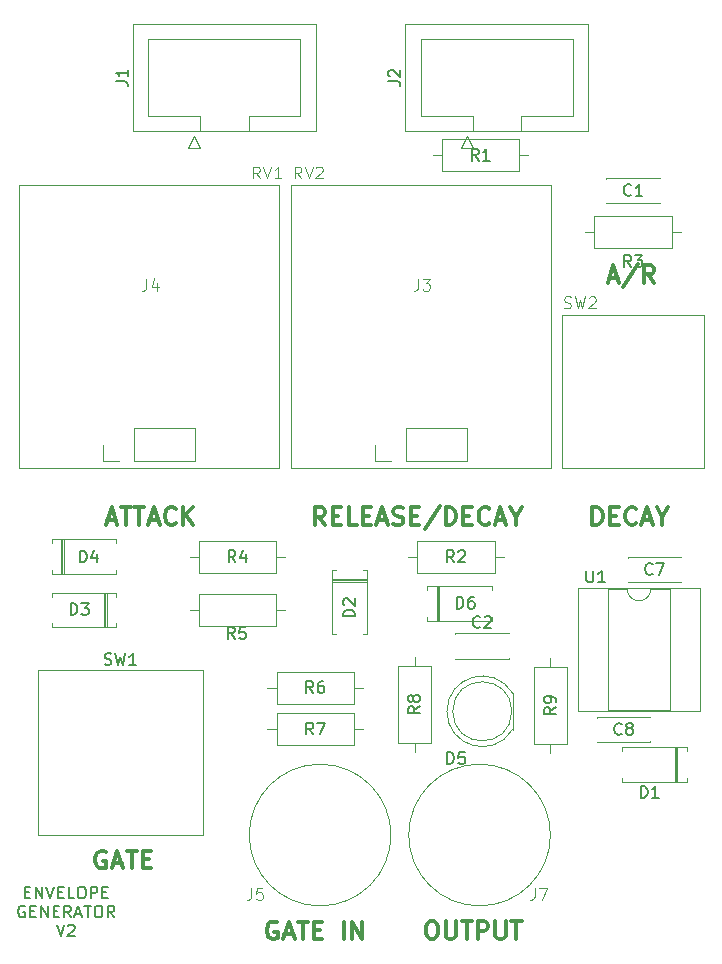
<source format=gbr>
%TF.GenerationSoftware,KiCad,Pcbnew,9.0.6*%
%TF.CreationDate,2026-01-10T03:24:23+11:00*%
%TF.ProjectId,envelope-generator,656e7665-6c6f-4706-952d-67656e657261,rev?*%
%TF.SameCoordinates,Original*%
%TF.FileFunction,Legend,Top*%
%TF.FilePolarity,Positive*%
%FSLAX46Y46*%
G04 Gerber Fmt 4.6, Leading zero omitted, Abs format (unit mm)*
G04 Created by KiCad (PCBNEW 9.0.6) date 2026-01-10 03:24:23*
%MOMM*%
%LPD*%
G01*
G04 APERTURE LIST*
%ADD10C,0.300000*%
%ADD11C,0.150000*%
%ADD12C,0.100000*%
%ADD13C,0.120000*%
G04 APERTURE END LIST*
D10*
X90911653Y-66300828D02*
X90411653Y-65586542D01*
X90054510Y-66300828D02*
X90054510Y-64800828D01*
X90054510Y-64800828D02*
X90625939Y-64800828D01*
X90625939Y-64800828D02*
X90768796Y-64872257D01*
X90768796Y-64872257D02*
X90840225Y-64943685D01*
X90840225Y-64943685D02*
X90911653Y-65086542D01*
X90911653Y-65086542D02*
X90911653Y-65300828D01*
X90911653Y-65300828D02*
X90840225Y-65443685D01*
X90840225Y-65443685D02*
X90768796Y-65515114D01*
X90768796Y-65515114D02*
X90625939Y-65586542D01*
X90625939Y-65586542D02*
X90054510Y-65586542D01*
X91554510Y-65515114D02*
X92054510Y-65515114D01*
X92268796Y-66300828D02*
X91554510Y-66300828D01*
X91554510Y-66300828D02*
X91554510Y-64800828D01*
X91554510Y-64800828D02*
X92268796Y-64800828D01*
X93625939Y-66300828D02*
X92911653Y-66300828D01*
X92911653Y-66300828D02*
X92911653Y-64800828D01*
X94125939Y-65515114D02*
X94625939Y-65515114D01*
X94840225Y-66300828D02*
X94125939Y-66300828D01*
X94125939Y-66300828D02*
X94125939Y-64800828D01*
X94125939Y-64800828D02*
X94840225Y-64800828D01*
X95411654Y-65872257D02*
X96125940Y-65872257D01*
X95268797Y-66300828D02*
X95768797Y-64800828D01*
X95768797Y-64800828D02*
X96268797Y-66300828D01*
X96697368Y-66229400D02*
X96911654Y-66300828D01*
X96911654Y-66300828D02*
X97268796Y-66300828D01*
X97268796Y-66300828D02*
X97411654Y-66229400D01*
X97411654Y-66229400D02*
X97483082Y-66157971D01*
X97483082Y-66157971D02*
X97554511Y-66015114D01*
X97554511Y-66015114D02*
X97554511Y-65872257D01*
X97554511Y-65872257D02*
X97483082Y-65729400D01*
X97483082Y-65729400D02*
X97411654Y-65657971D01*
X97411654Y-65657971D02*
X97268796Y-65586542D01*
X97268796Y-65586542D02*
X96983082Y-65515114D01*
X96983082Y-65515114D02*
X96840225Y-65443685D01*
X96840225Y-65443685D02*
X96768796Y-65372257D01*
X96768796Y-65372257D02*
X96697368Y-65229400D01*
X96697368Y-65229400D02*
X96697368Y-65086542D01*
X96697368Y-65086542D02*
X96768796Y-64943685D01*
X96768796Y-64943685D02*
X96840225Y-64872257D01*
X96840225Y-64872257D02*
X96983082Y-64800828D01*
X96983082Y-64800828D02*
X97340225Y-64800828D01*
X97340225Y-64800828D02*
X97554511Y-64872257D01*
X98197367Y-65515114D02*
X98697367Y-65515114D01*
X98911653Y-66300828D02*
X98197367Y-66300828D01*
X98197367Y-66300828D02*
X98197367Y-64800828D01*
X98197367Y-64800828D02*
X98911653Y-64800828D01*
X100625939Y-64729400D02*
X99340225Y-66657971D01*
X101125939Y-66300828D02*
X101125939Y-64800828D01*
X101125939Y-64800828D02*
X101483082Y-64800828D01*
X101483082Y-64800828D02*
X101697368Y-64872257D01*
X101697368Y-64872257D02*
X101840225Y-65015114D01*
X101840225Y-65015114D02*
X101911654Y-65157971D01*
X101911654Y-65157971D02*
X101983082Y-65443685D01*
X101983082Y-65443685D02*
X101983082Y-65657971D01*
X101983082Y-65657971D02*
X101911654Y-65943685D01*
X101911654Y-65943685D02*
X101840225Y-66086542D01*
X101840225Y-66086542D02*
X101697368Y-66229400D01*
X101697368Y-66229400D02*
X101483082Y-66300828D01*
X101483082Y-66300828D02*
X101125939Y-66300828D01*
X102625939Y-65515114D02*
X103125939Y-65515114D01*
X103340225Y-66300828D02*
X102625939Y-66300828D01*
X102625939Y-66300828D02*
X102625939Y-64800828D01*
X102625939Y-64800828D02*
X103340225Y-64800828D01*
X104840225Y-66157971D02*
X104768797Y-66229400D01*
X104768797Y-66229400D02*
X104554511Y-66300828D01*
X104554511Y-66300828D02*
X104411654Y-66300828D01*
X104411654Y-66300828D02*
X104197368Y-66229400D01*
X104197368Y-66229400D02*
X104054511Y-66086542D01*
X104054511Y-66086542D02*
X103983082Y-65943685D01*
X103983082Y-65943685D02*
X103911654Y-65657971D01*
X103911654Y-65657971D02*
X103911654Y-65443685D01*
X103911654Y-65443685D02*
X103983082Y-65157971D01*
X103983082Y-65157971D02*
X104054511Y-65015114D01*
X104054511Y-65015114D02*
X104197368Y-64872257D01*
X104197368Y-64872257D02*
X104411654Y-64800828D01*
X104411654Y-64800828D02*
X104554511Y-64800828D01*
X104554511Y-64800828D02*
X104768797Y-64872257D01*
X104768797Y-64872257D02*
X104840225Y-64943685D01*
X105411654Y-65872257D02*
X106125940Y-65872257D01*
X105268797Y-66300828D02*
X105768797Y-64800828D01*
X105768797Y-64800828D02*
X106268797Y-66300828D01*
X107054511Y-65586542D02*
X107054511Y-66300828D01*
X106554511Y-64800828D02*
X107054511Y-65586542D01*
X107054511Y-65586542D02*
X107554511Y-64800828D01*
X113554510Y-66300828D02*
X113554510Y-64800828D01*
X113554510Y-64800828D02*
X113911653Y-64800828D01*
X113911653Y-64800828D02*
X114125939Y-64872257D01*
X114125939Y-64872257D02*
X114268796Y-65015114D01*
X114268796Y-65015114D02*
X114340225Y-65157971D01*
X114340225Y-65157971D02*
X114411653Y-65443685D01*
X114411653Y-65443685D02*
X114411653Y-65657971D01*
X114411653Y-65657971D02*
X114340225Y-65943685D01*
X114340225Y-65943685D02*
X114268796Y-66086542D01*
X114268796Y-66086542D02*
X114125939Y-66229400D01*
X114125939Y-66229400D02*
X113911653Y-66300828D01*
X113911653Y-66300828D02*
X113554510Y-66300828D01*
X115054510Y-65515114D02*
X115554510Y-65515114D01*
X115768796Y-66300828D02*
X115054510Y-66300828D01*
X115054510Y-66300828D02*
X115054510Y-64800828D01*
X115054510Y-64800828D02*
X115768796Y-64800828D01*
X117268796Y-66157971D02*
X117197368Y-66229400D01*
X117197368Y-66229400D02*
X116983082Y-66300828D01*
X116983082Y-66300828D02*
X116840225Y-66300828D01*
X116840225Y-66300828D02*
X116625939Y-66229400D01*
X116625939Y-66229400D02*
X116483082Y-66086542D01*
X116483082Y-66086542D02*
X116411653Y-65943685D01*
X116411653Y-65943685D02*
X116340225Y-65657971D01*
X116340225Y-65657971D02*
X116340225Y-65443685D01*
X116340225Y-65443685D02*
X116411653Y-65157971D01*
X116411653Y-65157971D02*
X116483082Y-65015114D01*
X116483082Y-65015114D02*
X116625939Y-64872257D01*
X116625939Y-64872257D02*
X116840225Y-64800828D01*
X116840225Y-64800828D02*
X116983082Y-64800828D01*
X116983082Y-64800828D02*
X117197368Y-64872257D01*
X117197368Y-64872257D02*
X117268796Y-64943685D01*
X117840225Y-65872257D02*
X118554511Y-65872257D01*
X117697368Y-66300828D02*
X118197368Y-64800828D01*
X118197368Y-64800828D02*
X118697368Y-66300828D01*
X119483082Y-65586542D02*
X119483082Y-66300828D01*
X118983082Y-64800828D02*
X119483082Y-65586542D01*
X119483082Y-65586542D02*
X119983082Y-64800828D01*
X72340225Y-93952257D02*
X72197368Y-93880828D01*
X72197368Y-93880828D02*
X71983082Y-93880828D01*
X71983082Y-93880828D02*
X71768796Y-93952257D01*
X71768796Y-93952257D02*
X71625939Y-94095114D01*
X71625939Y-94095114D02*
X71554510Y-94237971D01*
X71554510Y-94237971D02*
X71483082Y-94523685D01*
X71483082Y-94523685D02*
X71483082Y-94737971D01*
X71483082Y-94737971D02*
X71554510Y-95023685D01*
X71554510Y-95023685D02*
X71625939Y-95166542D01*
X71625939Y-95166542D02*
X71768796Y-95309400D01*
X71768796Y-95309400D02*
X71983082Y-95380828D01*
X71983082Y-95380828D02*
X72125939Y-95380828D01*
X72125939Y-95380828D02*
X72340225Y-95309400D01*
X72340225Y-95309400D02*
X72411653Y-95237971D01*
X72411653Y-95237971D02*
X72411653Y-94737971D01*
X72411653Y-94737971D02*
X72125939Y-94737971D01*
X72983082Y-94952257D02*
X73697368Y-94952257D01*
X72840225Y-95380828D02*
X73340225Y-93880828D01*
X73340225Y-93880828D02*
X73840225Y-95380828D01*
X74125939Y-93880828D02*
X74983082Y-93880828D01*
X74554510Y-95380828D02*
X74554510Y-93880828D01*
X75483081Y-94595114D02*
X75983081Y-94595114D01*
X76197367Y-95380828D02*
X75483081Y-95380828D01*
X75483081Y-95380828D02*
X75483081Y-93880828D01*
X75483081Y-93880828D02*
X76197367Y-93880828D01*
X72483082Y-65872257D02*
X73197368Y-65872257D01*
X72340225Y-66300828D02*
X72840225Y-64800828D01*
X72840225Y-64800828D02*
X73340225Y-66300828D01*
X73625939Y-64800828D02*
X74483082Y-64800828D01*
X74054510Y-66300828D02*
X74054510Y-64800828D01*
X74768796Y-64800828D02*
X75625939Y-64800828D01*
X75197367Y-66300828D02*
X75197367Y-64800828D01*
X76054510Y-65872257D02*
X76768796Y-65872257D01*
X75911653Y-66300828D02*
X76411653Y-64800828D01*
X76411653Y-64800828D02*
X76911653Y-66300828D01*
X78268795Y-66157971D02*
X78197367Y-66229400D01*
X78197367Y-66229400D02*
X77983081Y-66300828D01*
X77983081Y-66300828D02*
X77840224Y-66300828D01*
X77840224Y-66300828D02*
X77625938Y-66229400D01*
X77625938Y-66229400D02*
X77483081Y-66086542D01*
X77483081Y-66086542D02*
X77411652Y-65943685D01*
X77411652Y-65943685D02*
X77340224Y-65657971D01*
X77340224Y-65657971D02*
X77340224Y-65443685D01*
X77340224Y-65443685D02*
X77411652Y-65157971D01*
X77411652Y-65157971D02*
X77483081Y-65015114D01*
X77483081Y-65015114D02*
X77625938Y-64872257D01*
X77625938Y-64872257D02*
X77840224Y-64800828D01*
X77840224Y-64800828D02*
X77983081Y-64800828D01*
X77983081Y-64800828D02*
X78197367Y-64872257D01*
X78197367Y-64872257D02*
X78268795Y-64943685D01*
X78911652Y-66300828D02*
X78911652Y-64800828D01*
X79768795Y-66300828D02*
X79125938Y-65443685D01*
X79768795Y-64800828D02*
X78911652Y-65657971D01*
X114983082Y-45372257D02*
X115697368Y-45372257D01*
X114840225Y-45800828D02*
X115340225Y-44300828D01*
X115340225Y-44300828D02*
X115840225Y-45800828D01*
X117411653Y-44229400D02*
X116125939Y-46157971D01*
X118768796Y-45800828D02*
X118268796Y-45086542D01*
X117911653Y-45800828D02*
X117911653Y-44300828D01*
X117911653Y-44300828D02*
X118483082Y-44300828D01*
X118483082Y-44300828D02*
X118625939Y-44372257D01*
X118625939Y-44372257D02*
X118697368Y-44443685D01*
X118697368Y-44443685D02*
X118768796Y-44586542D01*
X118768796Y-44586542D02*
X118768796Y-44800828D01*
X118768796Y-44800828D02*
X118697368Y-44943685D01*
X118697368Y-44943685D02*
X118625939Y-45015114D01*
X118625939Y-45015114D02*
X118483082Y-45086542D01*
X118483082Y-45086542D02*
X117911653Y-45086542D01*
D11*
X65500000Y-97401065D02*
X65833333Y-97401065D01*
X65976190Y-97924875D02*
X65500000Y-97924875D01*
X65500000Y-97924875D02*
X65500000Y-96924875D01*
X65500000Y-96924875D02*
X65976190Y-96924875D01*
X66404762Y-97924875D02*
X66404762Y-96924875D01*
X66404762Y-96924875D02*
X66976190Y-97924875D01*
X66976190Y-97924875D02*
X66976190Y-96924875D01*
X67309524Y-96924875D02*
X67642857Y-97924875D01*
X67642857Y-97924875D02*
X67976190Y-96924875D01*
X68309524Y-97401065D02*
X68642857Y-97401065D01*
X68785714Y-97924875D02*
X68309524Y-97924875D01*
X68309524Y-97924875D02*
X68309524Y-96924875D01*
X68309524Y-96924875D02*
X68785714Y-96924875D01*
X69690476Y-97924875D02*
X69214286Y-97924875D01*
X69214286Y-97924875D02*
X69214286Y-96924875D01*
X70214286Y-96924875D02*
X70404762Y-96924875D01*
X70404762Y-96924875D02*
X70500000Y-96972494D01*
X70500000Y-96972494D02*
X70595238Y-97067732D01*
X70595238Y-97067732D02*
X70642857Y-97258208D01*
X70642857Y-97258208D02*
X70642857Y-97591541D01*
X70642857Y-97591541D02*
X70595238Y-97782017D01*
X70595238Y-97782017D02*
X70500000Y-97877256D01*
X70500000Y-97877256D02*
X70404762Y-97924875D01*
X70404762Y-97924875D02*
X70214286Y-97924875D01*
X70214286Y-97924875D02*
X70119048Y-97877256D01*
X70119048Y-97877256D02*
X70023810Y-97782017D01*
X70023810Y-97782017D02*
X69976191Y-97591541D01*
X69976191Y-97591541D02*
X69976191Y-97258208D01*
X69976191Y-97258208D02*
X70023810Y-97067732D01*
X70023810Y-97067732D02*
X70119048Y-96972494D01*
X70119048Y-96972494D02*
X70214286Y-96924875D01*
X71071429Y-97924875D02*
X71071429Y-96924875D01*
X71071429Y-96924875D02*
X71452381Y-96924875D01*
X71452381Y-96924875D02*
X71547619Y-96972494D01*
X71547619Y-96972494D02*
X71595238Y-97020113D01*
X71595238Y-97020113D02*
X71642857Y-97115351D01*
X71642857Y-97115351D02*
X71642857Y-97258208D01*
X71642857Y-97258208D02*
X71595238Y-97353446D01*
X71595238Y-97353446D02*
X71547619Y-97401065D01*
X71547619Y-97401065D02*
X71452381Y-97448684D01*
X71452381Y-97448684D02*
X71071429Y-97448684D01*
X72071429Y-97401065D02*
X72404762Y-97401065D01*
X72547619Y-97924875D02*
X72071429Y-97924875D01*
X72071429Y-97924875D02*
X72071429Y-96924875D01*
X72071429Y-96924875D02*
X72547619Y-96924875D01*
X65499999Y-98582438D02*
X65404761Y-98534819D01*
X65404761Y-98534819D02*
X65261904Y-98534819D01*
X65261904Y-98534819D02*
X65119047Y-98582438D01*
X65119047Y-98582438D02*
X65023809Y-98677676D01*
X65023809Y-98677676D02*
X64976190Y-98772914D01*
X64976190Y-98772914D02*
X64928571Y-98963390D01*
X64928571Y-98963390D02*
X64928571Y-99106247D01*
X64928571Y-99106247D02*
X64976190Y-99296723D01*
X64976190Y-99296723D02*
X65023809Y-99391961D01*
X65023809Y-99391961D02*
X65119047Y-99487200D01*
X65119047Y-99487200D02*
X65261904Y-99534819D01*
X65261904Y-99534819D02*
X65357142Y-99534819D01*
X65357142Y-99534819D02*
X65499999Y-99487200D01*
X65499999Y-99487200D02*
X65547618Y-99439580D01*
X65547618Y-99439580D02*
X65547618Y-99106247D01*
X65547618Y-99106247D02*
X65357142Y-99106247D01*
X65976190Y-99011009D02*
X66309523Y-99011009D01*
X66452380Y-99534819D02*
X65976190Y-99534819D01*
X65976190Y-99534819D02*
X65976190Y-98534819D01*
X65976190Y-98534819D02*
X66452380Y-98534819D01*
X66880952Y-99534819D02*
X66880952Y-98534819D01*
X66880952Y-98534819D02*
X67452380Y-99534819D01*
X67452380Y-99534819D02*
X67452380Y-98534819D01*
X67928571Y-99011009D02*
X68261904Y-99011009D01*
X68404761Y-99534819D02*
X67928571Y-99534819D01*
X67928571Y-99534819D02*
X67928571Y-98534819D01*
X67928571Y-98534819D02*
X68404761Y-98534819D01*
X69404761Y-99534819D02*
X69071428Y-99058628D01*
X68833333Y-99534819D02*
X68833333Y-98534819D01*
X68833333Y-98534819D02*
X69214285Y-98534819D01*
X69214285Y-98534819D02*
X69309523Y-98582438D01*
X69309523Y-98582438D02*
X69357142Y-98630057D01*
X69357142Y-98630057D02*
X69404761Y-98725295D01*
X69404761Y-98725295D02*
X69404761Y-98868152D01*
X69404761Y-98868152D02*
X69357142Y-98963390D01*
X69357142Y-98963390D02*
X69309523Y-99011009D01*
X69309523Y-99011009D02*
X69214285Y-99058628D01*
X69214285Y-99058628D02*
X68833333Y-99058628D01*
X69785714Y-99249104D02*
X70261904Y-99249104D01*
X69690476Y-99534819D02*
X70023809Y-98534819D01*
X70023809Y-98534819D02*
X70357142Y-99534819D01*
X70547619Y-98534819D02*
X71119047Y-98534819D01*
X70833333Y-99534819D02*
X70833333Y-98534819D01*
X71642857Y-98534819D02*
X71833333Y-98534819D01*
X71833333Y-98534819D02*
X71928571Y-98582438D01*
X71928571Y-98582438D02*
X72023809Y-98677676D01*
X72023809Y-98677676D02*
X72071428Y-98868152D01*
X72071428Y-98868152D02*
X72071428Y-99201485D01*
X72071428Y-99201485D02*
X72023809Y-99391961D01*
X72023809Y-99391961D02*
X71928571Y-99487200D01*
X71928571Y-99487200D02*
X71833333Y-99534819D01*
X71833333Y-99534819D02*
X71642857Y-99534819D01*
X71642857Y-99534819D02*
X71547619Y-99487200D01*
X71547619Y-99487200D02*
X71452381Y-99391961D01*
X71452381Y-99391961D02*
X71404762Y-99201485D01*
X71404762Y-99201485D02*
X71404762Y-98868152D01*
X71404762Y-98868152D02*
X71452381Y-98677676D01*
X71452381Y-98677676D02*
X71547619Y-98582438D01*
X71547619Y-98582438D02*
X71642857Y-98534819D01*
X73071428Y-99534819D02*
X72738095Y-99058628D01*
X72500000Y-99534819D02*
X72500000Y-98534819D01*
X72500000Y-98534819D02*
X72880952Y-98534819D01*
X72880952Y-98534819D02*
X72976190Y-98582438D01*
X72976190Y-98582438D02*
X73023809Y-98630057D01*
X73023809Y-98630057D02*
X73071428Y-98725295D01*
X73071428Y-98725295D02*
X73071428Y-98868152D01*
X73071428Y-98868152D02*
X73023809Y-98963390D01*
X73023809Y-98963390D02*
X72976190Y-99011009D01*
X72976190Y-99011009D02*
X72880952Y-99058628D01*
X72880952Y-99058628D02*
X72500000Y-99058628D01*
X68190476Y-100144763D02*
X68523809Y-101144763D01*
X68523809Y-101144763D02*
X68857142Y-100144763D01*
X69142857Y-100240001D02*
X69190476Y-100192382D01*
X69190476Y-100192382D02*
X69285714Y-100144763D01*
X69285714Y-100144763D02*
X69523809Y-100144763D01*
X69523809Y-100144763D02*
X69619047Y-100192382D01*
X69619047Y-100192382D02*
X69666666Y-100240001D01*
X69666666Y-100240001D02*
X69714285Y-100335239D01*
X69714285Y-100335239D02*
X69714285Y-100430477D01*
X69714285Y-100430477D02*
X69666666Y-100573334D01*
X69666666Y-100573334D02*
X69095238Y-101144763D01*
X69095238Y-101144763D02*
X69714285Y-101144763D01*
D10*
X86840225Y-99952257D02*
X86697368Y-99880828D01*
X86697368Y-99880828D02*
X86483082Y-99880828D01*
X86483082Y-99880828D02*
X86268796Y-99952257D01*
X86268796Y-99952257D02*
X86125939Y-100095114D01*
X86125939Y-100095114D02*
X86054510Y-100237971D01*
X86054510Y-100237971D02*
X85983082Y-100523685D01*
X85983082Y-100523685D02*
X85983082Y-100737971D01*
X85983082Y-100737971D02*
X86054510Y-101023685D01*
X86054510Y-101023685D02*
X86125939Y-101166542D01*
X86125939Y-101166542D02*
X86268796Y-101309400D01*
X86268796Y-101309400D02*
X86483082Y-101380828D01*
X86483082Y-101380828D02*
X86625939Y-101380828D01*
X86625939Y-101380828D02*
X86840225Y-101309400D01*
X86840225Y-101309400D02*
X86911653Y-101237971D01*
X86911653Y-101237971D02*
X86911653Y-100737971D01*
X86911653Y-100737971D02*
X86625939Y-100737971D01*
X87483082Y-100952257D02*
X88197368Y-100952257D01*
X87340225Y-101380828D02*
X87840225Y-99880828D01*
X87840225Y-99880828D02*
X88340225Y-101380828D01*
X88625939Y-99880828D02*
X89483082Y-99880828D01*
X89054510Y-101380828D02*
X89054510Y-99880828D01*
X89983081Y-100595114D02*
X90483081Y-100595114D01*
X90697367Y-101380828D02*
X89983081Y-101380828D01*
X89983081Y-101380828D02*
X89983081Y-99880828D01*
X89983081Y-99880828D02*
X90697367Y-99880828D01*
X92483081Y-101380828D02*
X92483081Y-99880828D01*
X93197367Y-101380828D02*
X93197367Y-99880828D01*
X93197367Y-99880828D02*
X94054510Y-101380828D01*
X94054510Y-101380828D02*
X94054510Y-99880828D01*
X99840225Y-99855890D02*
X100125939Y-99855890D01*
X100125939Y-99855890D02*
X100268796Y-99927319D01*
X100268796Y-99927319D02*
X100411653Y-100070176D01*
X100411653Y-100070176D02*
X100483082Y-100355890D01*
X100483082Y-100355890D02*
X100483082Y-100855890D01*
X100483082Y-100855890D02*
X100411653Y-101141604D01*
X100411653Y-101141604D02*
X100268796Y-101284462D01*
X100268796Y-101284462D02*
X100125939Y-101355890D01*
X100125939Y-101355890D02*
X99840225Y-101355890D01*
X99840225Y-101355890D02*
X99697368Y-101284462D01*
X99697368Y-101284462D02*
X99554510Y-101141604D01*
X99554510Y-101141604D02*
X99483082Y-100855890D01*
X99483082Y-100855890D02*
X99483082Y-100355890D01*
X99483082Y-100355890D02*
X99554510Y-100070176D01*
X99554510Y-100070176D02*
X99697368Y-99927319D01*
X99697368Y-99927319D02*
X99840225Y-99855890D01*
X101125939Y-99855890D02*
X101125939Y-101070176D01*
X101125939Y-101070176D02*
X101197368Y-101213033D01*
X101197368Y-101213033D02*
X101268797Y-101284462D01*
X101268797Y-101284462D02*
X101411654Y-101355890D01*
X101411654Y-101355890D02*
X101697368Y-101355890D01*
X101697368Y-101355890D02*
X101840225Y-101284462D01*
X101840225Y-101284462D02*
X101911654Y-101213033D01*
X101911654Y-101213033D02*
X101983082Y-101070176D01*
X101983082Y-101070176D02*
X101983082Y-99855890D01*
X102483083Y-99855890D02*
X103340226Y-99855890D01*
X102911654Y-101355890D02*
X102911654Y-99855890D01*
X103840225Y-101355890D02*
X103840225Y-99855890D01*
X103840225Y-99855890D02*
X104411654Y-99855890D01*
X104411654Y-99855890D02*
X104554511Y-99927319D01*
X104554511Y-99927319D02*
X104625940Y-99998747D01*
X104625940Y-99998747D02*
X104697368Y-100141604D01*
X104697368Y-100141604D02*
X104697368Y-100355890D01*
X104697368Y-100355890D02*
X104625940Y-100498747D01*
X104625940Y-100498747D02*
X104554511Y-100570176D01*
X104554511Y-100570176D02*
X104411654Y-100641604D01*
X104411654Y-100641604D02*
X103840225Y-100641604D01*
X105340225Y-99855890D02*
X105340225Y-101070176D01*
X105340225Y-101070176D02*
X105411654Y-101213033D01*
X105411654Y-101213033D02*
X105483083Y-101284462D01*
X105483083Y-101284462D02*
X105625940Y-101355890D01*
X105625940Y-101355890D02*
X105911654Y-101355890D01*
X105911654Y-101355890D02*
X106054511Y-101284462D01*
X106054511Y-101284462D02*
X106125940Y-101213033D01*
X106125940Y-101213033D02*
X106197368Y-101070176D01*
X106197368Y-101070176D02*
X106197368Y-99855890D01*
X106697369Y-99855890D02*
X107554512Y-99855890D01*
X107125940Y-101355890D02*
X107125940Y-99855890D01*
D11*
X70156059Y-69468740D02*
X70156059Y-68468740D01*
X70156059Y-68468740D02*
X70394154Y-68468740D01*
X70394154Y-68468740D02*
X70537011Y-68516359D01*
X70537011Y-68516359D02*
X70632249Y-68611597D01*
X70632249Y-68611597D02*
X70679868Y-68706835D01*
X70679868Y-68706835D02*
X70727487Y-68897311D01*
X70727487Y-68897311D02*
X70727487Y-69040168D01*
X70727487Y-69040168D02*
X70679868Y-69230644D01*
X70679868Y-69230644D02*
X70632249Y-69325882D01*
X70632249Y-69325882D02*
X70537011Y-69421121D01*
X70537011Y-69421121D02*
X70394154Y-69468740D01*
X70394154Y-69468740D02*
X70156059Y-69468740D01*
X71584630Y-68802073D02*
X71584630Y-69468740D01*
X71346535Y-68421121D02*
X71108440Y-69135406D01*
X71108440Y-69135406D02*
X71727487Y-69135406D01*
X73203819Y-28754333D02*
X73918104Y-28754333D01*
X73918104Y-28754333D02*
X74060961Y-28801952D01*
X74060961Y-28801952D02*
X74156200Y-28897190D01*
X74156200Y-28897190D02*
X74203819Y-29040047D01*
X74203819Y-29040047D02*
X74203819Y-29135285D01*
X74203819Y-27754333D02*
X74203819Y-28325761D01*
X74203819Y-28040047D02*
X73203819Y-28040047D01*
X73203819Y-28040047D02*
X73346676Y-28135285D01*
X73346676Y-28135285D02*
X73441914Y-28230523D01*
X73441914Y-28230523D02*
X73489533Y-28325761D01*
X96283819Y-28754333D02*
X96998104Y-28754333D01*
X96998104Y-28754333D02*
X97140961Y-28801952D01*
X97140961Y-28801952D02*
X97236200Y-28897190D01*
X97236200Y-28897190D02*
X97283819Y-29040047D01*
X97283819Y-29040047D02*
X97283819Y-29135285D01*
X96379057Y-28325761D02*
X96331438Y-28278142D01*
X96331438Y-28278142D02*
X96283819Y-28182904D01*
X96283819Y-28182904D02*
X96283819Y-27944809D01*
X96283819Y-27944809D02*
X96331438Y-27849571D01*
X96331438Y-27849571D02*
X96379057Y-27801952D01*
X96379057Y-27801952D02*
X96474295Y-27754333D01*
X96474295Y-27754333D02*
X96569533Y-27754333D01*
X96569533Y-27754333D02*
X96712390Y-27801952D01*
X96712390Y-27801952D02*
X97283819Y-28373380D01*
X97283819Y-28373380D02*
X97283819Y-27754333D01*
X93454819Y-74048094D02*
X92454819Y-74048094D01*
X92454819Y-74048094D02*
X92454819Y-73809999D01*
X92454819Y-73809999D02*
X92502438Y-73667142D01*
X92502438Y-73667142D02*
X92597676Y-73571904D01*
X92597676Y-73571904D02*
X92692914Y-73524285D01*
X92692914Y-73524285D02*
X92883390Y-73476666D01*
X92883390Y-73476666D02*
X93026247Y-73476666D01*
X93026247Y-73476666D02*
X93216723Y-73524285D01*
X93216723Y-73524285D02*
X93311961Y-73571904D01*
X93311961Y-73571904D02*
X93407200Y-73667142D01*
X93407200Y-73667142D02*
X93454819Y-73809999D01*
X93454819Y-73809999D02*
X93454819Y-74048094D01*
X92550057Y-73095713D02*
X92502438Y-73048094D01*
X92502438Y-73048094D02*
X92454819Y-72952856D01*
X92454819Y-72952856D02*
X92454819Y-72714761D01*
X92454819Y-72714761D02*
X92502438Y-72619523D01*
X92502438Y-72619523D02*
X92550057Y-72571904D01*
X92550057Y-72571904D02*
X92645295Y-72524285D01*
X92645295Y-72524285D02*
X92740533Y-72524285D01*
X92740533Y-72524285D02*
X92883390Y-72571904D01*
X92883390Y-72571904D02*
X93454819Y-73143332D01*
X93454819Y-73143332D02*
X93454819Y-72524285D01*
X116833333Y-38359580D02*
X116785714Y-38407200D01*
X116785714Y-38407200D02*
X116642857Y-38454819D01*
X116642857Y-38454819D02*
X116547619Y-38454819D01*
X116547619Y-38454819D02*
X116404762Y-38407200D01*
X116404762Y-38407200D02*
X116309524Y-38311961D01*
X116309524Y-38311961D02*
X116261905Y-38216723D01*
X116261905Y-38216723D02*
X116214286Y-38026247D01*
X116214286Y-38026247D02*
X116214286Y-37883390D01*
X116214286Y-37883390D02*
X116261905Y-37692914D01*
X116261905Y-37692914D02*
X116309524Y-37597676D01*
X116309524Y-37597676D02*
X116404762Y-37502438D01*
X116404762Y-37502438D02*
X116547619Y-37454819D01*
X116547619Y-37454819D02*
X116642857Y-37454819D01*
X116642857Y-37454819D02*
X116785714Y-37502438D01*
X116785714Y-37502438D02*
X116833333Y-37550057D01*
X117785714Y-38454819D02*
X117214286Y-38454819D01*
X117500000Y-38454819D02*
X117500000Y-37454819D01*
X117500000Y-37454819D02*
X117404762Y-37597676D01*
X117404762Y-37597676D02*
X117309524Y-37692914D01*
X117309524Y-37692914D02*
X117214286Y-37740533D01*
X116833333Y-44454819D02*
X116500000Y-43978628D01*
X116261905Y-44454819D02*
X116261905Y-43454819D01*
X116261905Y-43454819D02*
X116642857Y-43454819D01*
X116642857Y-43454819D02*
X116738095Y-43502438D01*
X116738095Y-43502438D02*
X116785714Y-43550057D01*
X116785714Y-43550057D02*
X116833333Y-43645295D01*
X116833333Y-43645295D02*
X116833333Y-43788152D01*
X116833333Y-43788152D02*
X116785714Y-43883390D01*
X116785714Y-43883390D02*
X116738095Y-43931009D01*
X116738095Y-43931009D02*
X116642857Y-43978628D01*
X116642857Y-43978628D02*
X116261905Y-43978628D01*
X117166667Y-43454819D02*
X117785714Y-43454819D01*
X117785714Y-43454819D02*
X117452381Y-43835771D01*
X117452381Y-43835771D02*
X117595238Y-43835771D01*
X117595238Y-43835771D02*
X117690476Y-43883390D01*
X117690476Y-43883390D02*
X117738095Y-43931009D01*
X117738095Y-43931009D02*
X117785714Y-44026247D01*
X117785714Y-44026247D02*
X117785714Y-44264342D01*
X117785714Y-44264342D02*
X117738095Y-44359580D01*
X117738095Y-44359580D02*
X117690476Y-44407200D01*
X117690476Y-44407200D02*
X117595238Y-44454819D01*
X117595238Y-44454819D02*
X117309524Y-44454819D01*
X117309524Y-44454819D02*
X117214286Y-44407200D01*
X117214286Y-44407200D02*
X117166667Y-44359580D01*
X101833333Y-69454819D02*
X101500000Y-68978628D01*
X101261905Y-69454819D02*
X101261905Y-68454819D01*
X101261905Y-68454819D02*
X101642857Y-68454819D01*
X101642857Y-68454819D02*
X101738095Y-68502438D01*
X101738095Y-68502438D02*
X101785714Y-68550057D01*
X101785714Y-68550057D02*
X101833333Y-68645295D01*
X101833333Y-68645295D02*
X101833333Y-68788152D01*
X101833333Y-68788152D02*
X101785714Y-68883390D01*
X101785714Y-68883390D02*
X101738095Y-68931009D01*
X101738095Y-68931009D02*
X101642857Y-68978628D01*
X101642857Y-68978628D02*
X101261905Y-68978628D01*
X102214286Y-68550057D02*
X102261905Y-68502438D01*
X102261905Y-68502438D02*
X102357143Y-68454819D01*
X102357143Y-68454819D02*
X102595238Y-68454819D01*
X102595238Y-68454819D02*
X102690476Y-68502438D01*
X102690476Y-68502438D02*
X102738095Y-68550057D01*
X102738095Y-68550057D02*
X102785714Y-68645295D01*
X102785714Y-68645295D02*
X102785714Y-68740533D01*
X102785714Y-68740533D02*
X102738095Y-68883390D01*
X102738095Y-68883390D02*
X102166667Y-69454819D01*
X102166667Y-69454819D02*
X102785714Y-69454819D01*
X103913333Y-35454819D02*
X103580000Y-34978628D01*
X103341905Y-35454819D02*
X103341905Y-34454819D01*
X103341905Y-34454819D02*
X103722857Y-34454819D01*
X103722857Y-34454819D02*
X103818095Y-34502438D01*
X103818095Y-34502438D02*
X103865714Y-34550057D01*
X103865714Y-34550057D02*
X103913333Y-34645295D01*
X103913333Y-34645295D02*
X103913333Y-34788152D01*
X103913333Y-34788152D02*
X103865714Y-34883390D01*
X103865714Y-34883390D02*
X103818095Y-34931009D01*
X103818095Y-34931009D02*
X103722857Y-34978628D01*
X103722857Y-34978628D02*
X103341905Y-34978628D01*
X104865714Y-35454819D02*
X104294286Y-35454819D01*
X104580000Y-35454819D02*
X104580000Y-34454819D01*
X104580000Y-34454819D02*
X104484762Y-34597676D01*
X104484762Y-34597676D02*
X104389524Y-34692914D01*
X104389524Y-34692914D02*
X104294286Y-34740533D01*
D12*
X88904761Y-36957419D02*
X88571428Y-36481228D01*
X88333333Y-36957419D02*
X88333333Y-35957419D01*
X88333333Y-35957419D02*
X88714285Y-35957419D01*
X88714285Y-35957419D02*
X88809523Y-36005038D01*
X88809523Y-36005038D02*
X88857142Y-36052657D01*
X88857142Y-36052657D02*
X88904761Y-36147895D01*
X88904761Y-36147895D02*
X88904761Y-36290752D01*
X88904761Y-36290752D02*
X88857142Y-36385990D01*
X88857142Y-36385990D02*
X88809523Y-36433609D01*
X88809523Y-36433609D02*
X88714285Y-36481228D01*
X88714285Y-36481228D02*
X88333333Y-36481228D01*
X89190476Y-35957419D02*
X89523809Y-36957419D01*
X89523809Y-36957419D02*
X89857142Y-35957419D01*
X90142857Y-36052657D02*
X90190476Y-36005038D01*
X90190476Y-36005038D02*
X90285714Y-35957419D01*
X90285714Y-35957419D02*
X90523809Y-35957419D01*
X90523809Y-35957419D02*
X90619047Y-36005038D01*
X90619047Y-36005038D02*
X90666666Y-36052657D01*
X90666666Y-36052657D02*
X90714285Y-36147895D01*
X90714285Y-36147895D02*
X90714285Y-36243133D01*
X90714285Y-36243133D02*
X90666666Y-36385990D01*
X90666666Y-36385990D02*
X90095238Y-36957419D01*
X90095238Y-36957419D02*
X90714285Y-36957419D01*
D11*
X83333333Y-69454819D02*
X83000000Y-68978628D01*
X82761905Y-69454819D02*
X82761905Y-68454819D01*
X82761905Y-68454819D02*
X83142857Y-68454819D01*
X83142857Y-68454819D02*
X83238095Y-68502438D01*
X83238095Y-68502438D02*
X83285714Y-68550057D01*
X83285714Y-68550057D02*
X83333333Y-68645295D01*
X83333333Y-68645295D02*
X83333333Y-68788152D01*
X83333333Y-68788152D02*
X83285714Y-68883390D01*
X83285714Y-68883390D02*
X83238095Y-68931009D01*
X83238095Y-68931009D02*
X83142857Y-68978628D01*
X83142857Y-68978628D02*
X82761905Y-68978628D01*
X84190476Y-68788152D02*
X84190476Y-69454819D01*
X83952381Y-68407200D02*
X83714286Y-69121485D01*
X83714286Y-69121485D02*
X84333333Y-69121485D01*
X113048095Y-70164819D02*
X113048095Y-70974342D01*
X113048095Y-70974342D02*
X113095714Y-71069580D01*
X113095714Y-71069580D02*
X113143333Y-71117200D01*
X113143333Y-71117200D02*
X113238571Y-71164819D01*
X113238571Y-71164819D02*
X113429047Y-71164819D01*
X113429047Y-71164819D02*
X113524285Y-71117200D01*
X113524285Y-71117200D02*
X113571904Y-71069580D01*
X113571904Y-71069580D02*
X113619523Y-70974342D01*
X113619523Y-70974342D02*
X113619523Y-70164819D01*
X114619523Y-71164819D02*
X114048095Y-71164819D01*
X114333809Y-71164819D02*
X114333809Y-70164819D01*
X114333809Y-70164819D02*
X114238571Y-70307676D01*
X114238571Y-70307676D02*
X114143333Y-70402914D01*
X114143333Y-70402914D02*
X114048095Y-70450533D01*
X118643333Y-70439580D02*
X118595714Y-70487200D01*
X118595714Y-70487200D02*
X118452857Y-70534819D01*
X118452857Y-70534819D02*
X118357619Y-70534819D01*
X118357619Y-70534819D02*
X118214762Y-70487200D01*
X118214762Y-70487200D02*
X118119524Y-70391961D01*
X118119524Y-70391961D02*
X118071905Y-70296723D01*
X118071905Y-70296723D02*
X118024286Y-70106247D01*
X118024286Y-70106247D02*
X118024286Y-69963390D01*
X118024286Y-69963390D02*
X118071905Y-69772914D01*
X118071905Y-69772914D02*
X118119524Y-69677676D01*
X118119524Y-69677676D02*
X118214762Y-69582438D01*
X118214762Y-69582438D02*
X118357619Y-69534819D01*
X118357619Y-69534819D02*
X118452857Y-69534819D01*
X118452857Y-69534819D02*
X118595714Y-69582438D01*
X118595714Y-69582438D02*
X118643333Y-69630057D01*
X118976667Y-69534819D02*
X119643333Y-69534819D01*
X119643333Y-69534819D02*
X119214762Y-70534819D01*
X116024988Y-83979028D02*
X115977369Y-84026648D01*
X115977369Y-84026648D02*
X115834512Y-84074267D01*
X115834512Y-84074267D02*
X115739274Y-84074267D01*
X115739274Y-84074267D02*
X115596417Y-84026648D01*
X115596417Y-84026648D02*
X115501179Y-83931409D01*
X115501179Y-83931409D02*
X115453560Y-83836171D01*
X115453560Y-83836171D02*
X115405941Y-83645695D01*
X115405941Y-83645695D02*
X115405941Y-83502838D01*
X115405941Y-83502838D02*
X115453560Y-83312362D01*
X115453560Y-83312362D02*
X115501179Y-83217124D01*
X115501179Y-83217124D02*
X115596417Y-83121886D01*
X115596417Y-83121886D02*
X115739274Y-83074267D01*
X115739274Y-83074267D02*
X115834512Y-83074267D01*
X115834512Y-83074267D02*
X115977369Y-83121886D01*
X115977369Y-83121886D02*
X116024988Y-83169505D01*
X116596417Y-83502838D02*
X116501179Y-83455219D01*
X116501179Y-83455219D02*
X116453560Y-83407600D01*
X116453560Y-83407600D02*
X116405941Y-83312362D01*
X116405941Y-83312362D02*
X116405941Y-83264743D01*
X116405941Y-83264743D02*
X116453560Y-83169505D01*
X116453560Y-83169505D02*
X116501179Y-83121886D01*
X116501179Y-83121886D02*
X116596417Y-83074267D01*
X116596417Y-83074267D02*
X116786893Y-83074267D01*
X116786893Y-83074267D02*
X116882131Y-83121886D01*
X116882131Y-83121886D02*
X116929750Y-83169505D01*
X116929750Y-83169505D02*
X116977369Y-83264743D01*
X116977369Y-83264743D02*
X116977369Y-83312362D01*
X116977369Y-83312362D02*
X116929750Y-83407600D01*
X116929750Y-83407600D02*
X116882131Y-83455219D01*
X116882131Y-83455219D02*
X116786893Y-83502838D01*
X116786893Y-83502838D02*
X116596417Y-83502838D01*
X116596417Y-83502838D02*
X116501179Y-83550457D01*
X116501179Y-83550457D02*
X116453560Y-83598076D01*
X116453560Y-83598076D02*
X116405941Y-83693314D01*
X116405941Y-83693314D02*
X116405941Y-83883790D01*
X116405941Y-83883790D02*
X116453560Y-83979028D01*
X116453560Y-83979028D02*
X116501179Y-84026648D01*
X116501179Y-84026648D02*
X116596417Y-84074267D01*
X116596417Y-84074267D02*
X116786893Y-84074267D01*
X116786893Y-84074267D02*
X116882131Y-84026648D01*
X116882131Y-84026648D02*
X116929750Y-83979028D01*
X116929750Y-83979028D02*
X116977369Y-83883790D01*
X116977369Y-83883790D02*
X116977369Y-83693314D01*
X116977369Y-83693314D02*
X116929750Y-83598076D01*
X116929750Y-83598076D02*
X116882131Y-83550457D01*
X116882131Y-83550457D02*
X116786893Y-83502838D01*
X72246667Y-78113200D02*
X72389524Y-78160819D01*
X72389524Y-78160819D02*
X72627619Y-78160819D01*
X72627619Y-78160819D02*
X72722857Y-78113200D01*
X72722857Y-78113200D02*
X72770476Y-78065580D01*
X72770476Y-78065580D02*
X72818095Y-77970342D01*
X72818095Y-77970342D02*
X72818095Y-77875104D01*
X72818095Y-77875104D02*
X72770476Y-77779866D01*
X72770476Y-77779866D02*
X72722857Y-77732247D01*
X72722857Y-77732247D02*
X72627619Y-77684628D01*
X72627619Y-77684628D02*
X72437143Y-77637009D01*
X72437143Y-77637009D02*
X72341905Y-77589390D01*
X72341905Y-77589390D02*
X72294286Y-77541771D01*
X72294286Y-77541771D02*
X72246667Y-77446533D01*
X72246667Y-77446533D02*
X72246667Y-77351295D01*
X72246667Y-77351295D02*
X72294286Y-77256057D01*
X72294286Y-77256057D02*
X72341905Y-77208438D01*
X72341905Y-77208438D02*
X72437143Y-77160819D01*
X72437143Y-77160819D02*
X72675238Y-77160819D01*
X72675238Y-77160819D02*
X72818095Y-77208438D01*
X73151429Y-77160819D02*
X73389524Y-78160819D01*
X73389524Y-78160819D02*
X73580000Y-77446533D01*
X73580000Y-77446533D02*
X73770476Y-78160819D01*
X73770476Y-78160819D02*
X74008572Y-77160819D01*
X74913333Y-78160819D02*
X74341905Y-78160819D01*
X74627619Y-78160819D02*
X74627619Y-77160819D01*
X74627619Y-77160819D02*
X74532381Y-77303676D01*
X74532381Y-77303676D02*
X74437143Y-77398914D01*
X74437143Y-77398914D02*
X74341905Y-77446533D01*
X98954819Y-81666666D02*
X98478628Y-81999999D01*
X98954819Y-82238094D02*
X97954819Y-82238094D01*
X97954819Y-82238094D02*
X97954819Y-81857142D01*
X97954819Y-81857142D02*
X98002438Y-81761904D01*
X98002438Y-81761904D02*
X98050057Y-81714285D01*
X98050057Y-81714285D02*
X98145295Y-81666666D01*
X98145295Y-81666666D02*
X98288152Y-81666666D01*
X98288152Y-81666666D02*
X98383390Y-81714285D01*
X98383390Y-81714285D02*
X98431009Y-81761904D01*
X98431009Y-81761904D02*
X98478628Y-81857142D01*
X98478628Y-81857142D02*
X98478628Y-82238094D01*
X98383390Y-81095237D02*
X98335771Y-81190475D01*
X98335771Y-81190475D02*
X98288152Y-81238094D01*
X98288152Y-81238094D02*
X98192914Y-81285713D01*
X98192914Y-81285713D02*
X98145295Y-81285713D01*
X98145295Y-81285713D02*
X98050057Y-81238094D01*
X98050057Y-81238094D02*
X98002438Y-81190475D01*
X98002438Y-81190475D02*
X97954819Y-81095237D01*
X97954819Y-81095237D02*
X97954819Y-80904761D01*
X97954819Y-80904761D02*
X98002438Y-80809523D01*
X98002438Y-80809523D02*
X98050057Y-80761904D01*
X98050057Y-80761904D02*
X98145295Y-80714285D01*
X98145295Y-80714285D02*
X98192914Y-80714285D01*
X98192914Y-80714285D02*
X98288152Y-80761904D01*
X98288152Y-80761904D02*
X98335771Y-80809523D01*
X98335771Y-80809523D02*
X98383390Y-80904761D01*
X98383390Y-80904761D02*
X98383390Y-81095237D01*
X98383390Y-81095237D02*
X98431009Y-81190475D01*
X98431009Y-81190475D02*
X98478628Y-81238094D01*
X98478628Y-81238094D02*
X98573866Y-81285713D01*
X98573866Y-81285713D02*
X98764342Y-81285713D01*
X98764342Y-81285713D02*
X98859580Y-81238094D01*
X98859580Y-81238094D02*
X98907200Y-81190475D01*
X98907200Y-81190475D02*
X98954819Y-81095237D01*
X98954819Y-81095237D02*
X98954819Y-80904761D01*
X98954819Y-80904761D02*
X98907200Y-80809523D01*
X98907200Y-80809523D02*
X98859580Y-80761904D01*
X98859580Y-80761904D02*
X98764342Y-80714285D01*
X98764342Y-80714285D02*
X98573866Y-80714285D01*
X98573866Y-80714285D02*
X98478628Y-80761904D01*
X98478628Y-80761904D02*
X98431009Y-80809523D01*
X98431009Y-80809523D02*
X98383390Y-80904761D01*
X89913333Y-80534819D02*
X89580000Y-80058628D01*
X89341905Y-80534819D02*
X89341905Y-79534819D01*
X89341905Y-79534819D02*
X89722857Y-79534819D01*
X89722857Y-79534819D02*
X89818095Y-79582438D01*
X89818095Y-79582438D02*
X89865714Y-79630057D01*
X89865714Y-79630057D02*
X89913333Y-79725295D01*
X89913333Y-79725295D02*
X89913333Y-79868152D01*
X89913333Y-79868152D02*
X89865714Y-79963390D01*
X89865714Y-79963390D02*
X89818095Y-80011009D01*
X89818095Y-80011009D02*
X89722857Y-80058628D01*
X89722857Y-80058628D02*
X89341905Y-80058628D01*
X90770476Y-79534819D02*
X90580000Y-79534819D01*
X90580000Y-79534819D02*
X90484762Y-79582438D01*
X90484762Y-79582438D02*
X90437143Y-79630057D01*
X90437143Y-79630057D02*
X90341905Y-79772914D01*
X90341905Y-79772914D02*
X90294286Y-79963390D01*
X90294286Y-79963390D02*
X90294286Y-80344342D01*
X90294286Y-80344342D02*
X90341905Y-80439580D01*
X90341905Y-80439580D02*
X90389524Y-80487200D01*
X90389524Y-80487200D02*
X90484762Y-80534819D01*
X90484762Y-80534819D02*
X90675238Y-80534819D01*
X90675238Y-80534819D02*
X90770476Y-80487200D01*
X90770476Y-80487200D02*
X90818095Y-80439580D01*
X90818095Y-80439580D02*
X90865714Y-80344342D01*
X90865714Y-80344342D02*
X90865714Y-80106247D01*
X90865714Y-80106247D02*
X90818095Y-80011009D01*
X90818095Y-80011009D02*
X90770476Y-79963390D01*
X90770476Y-79963390D02*
X90675238Y-79915771D01*
X90675238Y-79915771D02*
X90484762Y-79915771D01*
X90484762Y-79915771D02*
X90389524Y-79963390D01*
X90389524Y-79963390D02*
X90341905Y-80011009D01*
X90341905Y-80011009D02*
X90294286Y-80106247D01*
X110454819Y-81746666D02*
X109978628Y-82079999D01*
X110454819Y-82318094D02*
X109454819Y-82318094D01*
X109454819Y-82318094D02*
X109454819Y-81937142D01*
X109454819Y-81937142D02*
X109502438Y-81841904D01*
X109502438Y-81841904D02*
X109550057Y-81794285D01*
X109550057Y-81794285D02*
X109645295Y-81746666D01*
X109645295Y-81746666D02*
X109788152Y-81746666D01*
X109788152Y-81746666D02*
X109883390Y-81794285D01*
X109883390Y-81794285D02*
X109931009Y-81841904D01*
X109931009Y-81841904D02*
X109978628Y-81937142D01*
X109978628Y-81937142D02*
X109978628Y-82318094D01*
X110454819Y-81270475D02*
X110454819Y-81079999D01*
X110454819Y-81079999D02*
X110407200Y-80984761D01*
X110407200Y-80984761D02*
X110359580Y-80937142D01*
X110359580Y-80937142D02*
X110216723Y-80841904D01*
X110216723Y-80841904D02*
X110026247Y-80794285D01*
X110026247Y-80794285D02*
X109645295Y-80794285D01*
X109645295Y-80794285D02*
X109550057Y-80841904D01*
X109550057Y-80841904D02*
X109502438Y-80889523D01*
X109502438Y-80889523D02*
X109454819Y-80984761D01*
X109454819Y-80984761D02*
X109454819Y-81175237D01*
X109454819Y-81175237D02*
X109502438Y-81270475D01*
X109502438Y-81270475D02*
X109550057Y-81318094D01*
X109550057Y-81318094D02*
X109645295Y-81365713D01*
X109645295Y-81365713D02*
X109883390Y-81365713D01*
X109883390Y-81365713D02*
X109978628Y-81318094D01*
X109978628Y-81318094D02*
X110026247Y-81270475D01*
X110026247Y-81270475D02*
X110073866Y-81175237D01*
X110073866Y-81175237D02*
X110073866Y-80984761D01*
X110073866Y-80984761D02*
X110026247Y-80889523D01*
X110026247Y-80889523D02*
X109978628Y-80841904D01*
X109978628Y-80841904D02*
X109883390Y-80794285D01*
X102063185Y-73385538D02*
X102063185Y-72385538D01*
X102063185Y-72385538D02*
X102301280Y-72385538D01*
X102301280Y-72385538D02*
X102444137Y-72433157D01*
X102444137Y-72433157D02*
X102539375Y-72528395D01*
X102539375Y-72528395D02*
X102586994Y-72623633D01*
X102586994Y-72623633D02*
X102634613Y-72814109D01*
X102634613Y-72814109D02*
X102634613Y-72956966D01*
X102634613Y-72956966D02*
X102586994Y-73147442D01*
X102586994Y-73147442D02*
X102539375Y-73242680D01*
X102539375Y-73242680D02*
X102444137Y-73337919D01*
X102444137Y-73337919D02*
X102301280Y-73385538D01*
X102301280Y-73385538D02*
X102063185Y-73385538D01*
X103491756Y-72385538D02*
X103301280Y-72385538D01*
X103301280Y-72385538D02*
X103206042Y-72433157D01*
X103206042Y-72433157D02*
X103158423Y-72480776D01*
X103158423Y-72480776D02*
X103063185Y-72623633D01*
X103063185Y-72623633D02*
X103015566Y-72814109D01*
X103015566Y-72814109D02*
X103015566Y-73195061D01*
X103015566Y-73195061D02*
X103063185Y-73290299D01*
X103063185Y-73290299D02*
X103110804Y-73337919D01*
X103110804Y-73337919D02*
X103206042Y-73385538D01*
X103206042Y-73385538D02*
X103396518Y-73385538D01*
X103396518Y-73385538D02*
X103491756Y-73337919D01*
X103491756Y-73337919D02*
X103539375Y-73290299D01*
X103539375Y-73290299D02*
X103586994Y-73195061D01*
X103586994Y-73195061D02*
X103586994Y-72956966D01*
X103586994Y-72956966D02*
X103539375Y-72861728D01*
X103539375Y-72861728D02*
X103491756Y-72814109D01*
X103491756Y-72814109D02*
X103396518Y-72766490D01*
X103396518Y-72766490D02*
X103206042Y-72766490D01*
X103206042Y-72766490D02*
X103110804Y-72814109D01*
X103110804Y-72814109D02*
X103063185Y-72861728D01*
X103063185Y-72861728D02*
X103015566Y-72956966D01*
X104052684Y-74919533D02*
X104005065Y-74967153D01*
X104005065Y-74967153D02*
X103862208Y-75014772D01*
X103862208Y-75014772D02*
X103766970Y-75014772D01*
X103766970Y-75014772D02*
X103624113Y-74967153D01*
X103624113Y-74967153D02*
X103528875Y-74871914D01*
X103528875Y-74871914D02*
X103481256Y-74776676D01*
X103481256Y-74776676D02*
X103433637Y-74586200D01*
X103433637Y-74586200D02*
X103433637Y-74443343D01*
X103433637Y-74443343D02*
X103481256Y-74252867D01*
X103481256Y-74252867D02*
X103528875Y-74157629D01*
X103528875Y-74157629D02*
X103624113Y-74062391D01*
X103624113Y-74062391D02*
X103766970Y-74014772D01*
X103766970Y-74014772D02*
X103862208Y-74014772D01*
X103862208Y-74014772D02*
X104005065Y-74062391D01*
X104005065Y-74062391D02*
X104052684Y-74110010D01*
X104433637Y-74110010D02*
X104481256Y-74062391D01*
X104481256Y-74062391D02*
X104576494Y-74014772D01*
X104576494Y-74014772D02*
X104814589Y-74014772D01*
X104814589Y-74014772D02*
X104909827Y-74062391D01*
X104909827Y-74062391D02*
X104957446Y-74110010D01*
X104957446Y-74110010D02*
X105005065Y-74205248D01*
X105005065Y-74205248D02*
X105005065Y-74300486D01*
X105005065Y-74300486D02*
X104957446Y-74443343D01*
X104957446Y-74443343D02*
X104386018Y-75014772D01*
X104386018Y-75014772D02*
X105005065Y-75014772D01*
X83253333Y-75954819D02*
X82920000Y-75478628D01*
X82681905Y-75954819D02*
X82681905Y-74954819D01*
X82681905Y-74954819D02*
X83062857Y-74954819D01*
X83062857Y-74954819D02*
X83158095Y-75002438D01*
X83158095Y-75002438D02*
X83205714Y-75050057D01*
X83205714Y-75050057D02*
X83253333Y-75145295D01*
X83253333Y-75145295D02*
X83253333Y-75288152D01*
X83253333Y-75288152D02*
X83205714Y-75383390D01*
X83205714Y-75383390D02*
X83158095Y-75431009D01*
X83158095Y-75431009D02*
X83062857Y-75478628D01*
X83062857Y-75478628D02*
X82681905Y-75478628D01*
X84158095Y-74954819D02*
X83681905Y-74954819D01*
X83681905Y-74954819D02*
X83634286Y-75431009D01*
X83634286Y-75431009D02*
X83681905Y-75383390D01*
X83681905Y-75383390D02*
X83777143Y-75335771D01*
X83777143Y-75335771D02*
X84015238Y-75335771D01*
X84015238Y-75335771D02*
X84110476Y-75383390D01*
X84110476Y-75383390D02*
X84158095Y-75431009D01*
X84158095Y-75431009D02*
X84205714Y-75526247D01*
X84205714Y-75526247D02*
X84205714Y-75764342D01*
X84205714Y-75764342D02*
X84158095Y-75859580D01*
X84158095Y-75859580D02*
X84110476Y-75907200D01*
X84110476Y-75907200D02*
X84015238Y-75954819D01*
X84015238Y-75954819D02*
X83777143Y-75954819D01*
X83777143Y-75954819D02*
X83681905Y-75907200D01*
X83681905Y-75907200D02*
X83634286Y-75859580D01*
X69372350Y-73921159D02*
X69372350Y-72921159D01*
X69372350Y-72921159D02*
X69610445Y-72921159D01*
X69610445Y-72921159D02*
X69753302Y-72968778D01*
X69753302Y-72968778D02*
X69848540Y-73064016D01*
X69848540Y-73064016D02*
X69896159Y-73159254D01*
X69896159Y-73159254D02*
X69943778Y-73349730D01*
X69943778Y-73349730D02*
X69943778Y-73492587D01*
X69943778Y-73492587D02*
X69896159Y-73683063D01*
X69896159Y-73683063D02*
X69848540Y-73778301D01*
X69848540Y-73778301D02*
X69753302Y-73873540D01*
X69753302Y-73873540D02*
X69610445Y-73921159D01*
X69610445Y-73921159D02*
X69372350Y-73921159D01*
X70277112Y-72921159D02*
X70896159Y-72921159D01*
X70896159Y-72921159D02*
X70562826Y-73302111D01*
X70562826Y-73302111D02*
X70705683Y-73302111D01*
X70705683Y-73302111D02*
X70800921Y-73349730D01*
X70800921Y-73349730D02*
X70848540Y-73397349D01*
X70848540Y-73397349D02*
X70896159Y-73492587D01*
X70896159Y-73492587D02*
X70896159Y-73730682D01*
X70896159Y-73730682D02*
X70848540Y-73825920D01*
X70848540Y-73825920D02*
X70800921Y-73873540D01*
X70800921Y-73873540D02*
X70705683Y-73921159D01*
X70705683Y-73921159D02*
X70419969Y-73921159D01*
X70419969Y-73921159D02*
X70324731Y-73873540D01*
X70324731Y-73873540D02*
X70277112Y-73825920D01*
X89913333Y-84034819D02*
X89580000Y-83558628D01*
X89341905Y-84034819D02*
X89341905Y-83034819D01*
X89341905Y-83034819D02*
X89722857Y-83034819D01*
X89722857Y-83034819D02*
X89818095Y-83082438D01*
X89818095Y-83082438D02*
X89865714Y-83130057D01*
X89865714Y-83130057D02*
X89913333Y-83225295D01*
X89913333Y-83225295D02*
X89913333Y-83368152D01*
X89913333Y-83368152D02*
X89865714Y-83463390D01*
X89865714Y-83463390D02*
X89818095Y-83511009D01*
X89818095Y-83511009D02*
X89722857Y-83558628D01*
X89722857Y-83558628D02*
X89341905Y-83558628D01*
X90246667Y-83034819D02*
X90913333Y-83034819D01*
X90913333Y-83034819D02*
X90484762Y-84034819D01*
X117649423Y-89394659D02*
X117649423Y-88394659D01*
X117649423Y-88394659D02*
X117887518Y-88394659D01*
X117887518Y-88394659D02*
X118030375Y-88442278D01*
X118030375Y-88442278D02*
X118125613Y-88537516D01*
X118125613Y-88537516D02*
X118173232Y-88632754D01*
X118173232Y-88632754D02*
X118220851Y-88823230D01*
X118220851Y-88823230D02*
X118220851Y-88966087D01*
X118220851Y-88966087D02*
X118173232Y-89156563D01*
X118173232Y-89156563D02*
X118125613Y-89251801D01*
X118125613Y-89251801D02*
X118030375Y-89347040D01*
X118030375Y-89347040D02*
X117887518Y-89394659D01*
X117887518Y-89394659D02*
X117649423Y-89394659D01*
X119173232Y-89394659D02*
X118601804Y-89394659D01*
X118887518Y-89394659D02*
X118887518Y-88394659D01*
X118887518Y-88394659D02*
X118792280Y-88537516D01*
X118792280Y-88537516D02*
X118697042Y-88632754D01*
X118697042Y-88632754D02*
X118601804Y-88680373D01*
D12*
X98796666Y-45457419D02*
X98796666Y-46171704D01*
X98796666Y-46171704D02*
X98749047Y-46314561D01*
X98749047Y-46314561D02*
X98653809Y-46409800D01*
X98653809Y-46409800D02*
X98510952Y-46457419D01*
X98510952Y-46457419D02*
X98415714Y-46457419D01*
X99177619Y-45457419D02*
X99796666Y-45457419D01*
X99796666Y-45457419D02*
X99463333Y-45838371D01*
X99463333Y-45838371D02*
X99606190Y-45838371D01*
X99606190Y-45838371D02*
X99701428Y-45885990D01*
X99701428Y-45885990D02*
X99749047Y-45933609D01*
X99749047Y-45933609D02*
X99796666Y-46028847D01*
X99796666Y-46028847D02*
X99796666Y-46266942D01*
X99796666Y-46266942D02*
X99749047Y-46362180D01*
X99749047Y-46362180D02*
X99701428Y-46409800D01*
X99701428Y-46409800D02*
X99606190Y-46457419D01*
X99606190Y-46457419D02*
X99320476Y-46457419D01*
X99320476Y-46457419D02*
X99225238Y-46409800D01*
X99225238Y-46409800D02*
X99177619Y-46362180D01*
X108666666Y-97037419D02*
X108666666Y-97751704D01*
X108666666Y-97751704D02*
X108619047Y-97894561D01*
X108619047Y-97894561D02*
X108523809Y-97989800D01*
X108523809Y-97989800D02*
X108380952Y-98037419D01*
X108380952Y-98037419D02*
X108285714Y-98037419D01*
X109047619Y-97037419D02*
X109714285Y-97037419D01*
X109714285Y-97037419D02*
X109285714Y-98037419D01*
X75796666Y-45457419D02*
X75796666Y-46171704D01*
X75796666Y-46171704D02*
X75749047Y-46314561D01*
X75749047Y-46314561D02*
X75653809Y-46409800D01*
X75653809Y-46409800D02*
X75510952Y-46457419D01*
X75510952Y-46457419D02*
X75415714Y-46457419D01*
X76701428Y-45790752D02*
X76701428Y-46457419D01*
X76463333Y-45409800D02*
X76225238Y-46124085D01*
X76225238Y-46124085D02*
X76844285Y-46124085D01*
D11*
X101261905Y-86534819D02*
X101261905Y-85534819D01*
X101261905Y-85534819D02*
X101500000Y-85534819D01*
X101500000Y-85534819D02*
X101642857Y-85582438D01*
X101642857Y-85582438D02*
X101738095Y-85677676D01*
X101738095Y-85677676D02*
X101785714Y-85772914D01*
X101785714Y-85772914D02*
X101833333Y-85963390D01*
X101833333Y-85963390D02*
X101833333Y-86106247D01*
X101833333Y-86106247D02*
X101785714Y-86296723D01*
X101785714Y-86296723D02*
X101738095Y-86391961D01*
X101738095Y-86391961D02*
X101642857Y-86487200D01*
X101642857Y-86487200D02*
X101500000Y-86534819D01*
X101500000Y-86534819D02*
X101261905Y-86534819D01*
X102738095Y-85534819D02*
X102261905Y-85534819D01*
X102261905Y-85534819D02*
X102214286Y-86011009D01*
X102214286Y-86011009D02*
X102261905Y-85963390D01*
X102261905Y-85963390D02*
X102357143Y-85915771D01*
X102357143Y-85915771D02*
X102595238Y-85915771D01*
X102595238Y-85915771D02*
X102690476Y-85963390D01*
X102690476Y-85963390D02*
X102738095Y-86011009D01*
X102738095Y-86011009D02*
X102785714Y-86106247D01*
X102785714Y-86106247D02*
X102785714Y-86344342D01*
X102785714Y-86344342D02*
X102738095Y-86439580D01*
X102738095Y-86439580D02*
X102690476Y-86487200D01*
X102690476Y-86487200D02*
X102595238Y-86534819D01*
X102595238Y-86534819D02*
X102357143Y-86534819D01*
X102357143Y-86534819D02*
X102261905Y-86487200D01*
X102261905Y-86487200D02*
X102214286Y-86439580D01*
D12*
X84666666Y-97037419D02*
X84666666Y-97751704D01*
X84666666Y-97751704D02*
X84619047Y-97894561D01*
X84619047Y-97894561D02*
X84523809Y-97989800D01*
X84523809Y-97989800D02*
X84380952Y-98037419D01*
X84380952Y-98037419D02*
X84285714Y-98037419D01*
X85619047Y-97037419D02*
X85142857Y-97037419D01*
X85142857Y-97037419D02*
X85095238Y-97513609D01*
X85095238Y-97513609D02*
X85142857Y-97465990D01*
X85142857Y-97465990D02*
X85238095Y-97418371D01*
X85238095Y-97418371D02*
X85476190Y-97418371D01*
X85476190Y-97418371D02*
X85571428Y-97465990D01*
X85571428Y-97465990D02*
X85619047Y-97513609D01*
X85619047Y-97513609D02*
X85666666Y-97608847D01*
X85666666Y-97608847D02*
X85666666Y-97846942D01*
X85666666Y-97846942D02*
X85619047Y-97942180D01*
X85619047Y-97942180D02*
X85571428Y-97989800D01*
X85571428Y-97989800D02*
X85476190Y-98037419D01*
X85476190Y-98037419D02*
X85238095Y-98037419D01*
X85238095Y-98037419D02*
X85142857Y-97989800D01*
X85142857Y-97989800D02*
X85095238Y-97942180D01*
X85404761Y-36957419D02*
X85071428Y-36481228D01*
X84833333Y-36957419D02*
X84833333Y-35957419D01*
X84833333Y-35957419D02*
X85214285Y-35957419D01*
X85214285Y-35957419D02*
X85309523Y-36005038D01*
X85309523Y-36005038D02*
X85357142Y-36052657D01*
X85357142Y-36052657D02*
X85404761Y-36147895D01*
X85404761Y-36147895D02*
X85404761Y-36290752D01*
X85404761Y-36290752D02*
X85357142Y-36385990D01*
X85357142Y-36385990D02*
X85309523Y-36433609D01*
X85309523Y-36433609D02*
X85214285Y-36481228D01*
X85214285Y-36481228D02*
X84833333Y-36481228D01*
X85690476Y-35957419D02*
X86023809Y-36957419D01*
X86023809Y-36957419D02*
X86357142Y-35957419D01*
X87214285Y-36957419D02*
X86642857Y-36957419D01*
X86928571Y-36957419D02*
X86928571Y-35957419D01*
X86928571Y-35957419D02*
X86833333Y-36100276D01*
X86833333Y-36100276D02*
X86738095Y-36195514D01*
X86738095Y-36195514D02*
X86642857Y-36243133D01*
X111166667Y-47909800D02*
X111309524Y-47957419D01*
X111309524Y-47957419D02*
X111547619Y-47957419D01*
X111547619Y-47957419D02*
X111642857Y-47909800D01*
X111642857Y-47909800D02*
X111690476Y-47862180D01*
X111690476Y-47862180D02*
X111738095Y-47766942D01*
X111738095Y-47766942D02*
X111738095Y-47671704D01*
X111738095Y-47671704D02*
X111690476Y-47576466D01*
X111690476Y-47576466D02*
X111642857Y-47528847D01*
X111642857Y-47528847D02*
X111547619Y-47481228D01*
X111547619Y-47481228D02*
X111357143Y-47433609D01*
X111357143Y-47433609D02*
X111261905Y-47385990D01*
X111261905Y-47385990D02*
X111214286Y-47338371D01*
X111214286Y-47338371D02*
X111166667Y-47243133D01*
X111166667Y-47243133D02*
X111166667Y-47147895D01*
X111166667Y-47147895D02*
X111214286Y-47052657D01*
X111214286Y-47052657D02*
X111261905Y-47005038D01*
X111261905Y-47005038D02*
X111357143Y-46957419D01*
X111357143Y-46957419D02*
X111595238Y-46957419D01*
X111595238Y-46957419D02*
X111738095Y-47005038D01*
X112071429Y-46957419D02*
X112309524Y-47957419D01*
X112309524Y-47957419D02*
X112500000Y-47243133D01*
X112500000Y-47243133D02*
X112690476Y-47957419D01*
X112690476Y-47957419D02*
X112928572Y-46957419D01*
X113261905Y-47052657D02*
X113309524Y-47005038D01*
X113309524Y-47005038D02*
X113404762Y-46957419D01*
X113404762Y-46957419D02*
X113642857Y-46957419D01*
X113642857Y-46957419D02*
X113738095Y-47005038D01*
X113738095Y-47005038D02*
X113785714Y-47052657D01*
X113785714Y-47052657D02*
X113833333Y-47147895D01*
X113833333Y-47147895D02*
X113833333Y-47243133D01*
X113833333Y-47243133D02*
X113785714Y-47385990D01*
X113785714Y-47385990D02*
X113214286Y-47957419D01*
X113214286Y-47957419D02*
X113833333Y-47957419D01*
D13*
%TO.C,D4*%
X73220000Y-67530000D02*
X73220000Y-67860000D01*
X68800000Y-67530000D02*
X68800000Y-70470000D01*
X68680000Y-67530000D02*
X68680000Y-70470000D01*
X68560000Y-67530000D02*
X68560000Y-70470000D01*
X67780000Y-67530000D02*
X73220000Y-67530000D01*
X67780000Y-67860000D02*
X67780000Y-67530000D01*
X67780000Y-70140000D02*
X67780000Y-70470000D01*
X73220000Y-70470000D02*
X73220000Y-70140000D01*
X67780000Y-70470000D02*
X73220000Y-70470000D01*
%TO.C,J1*%
X90139000Y-32981000D02*
X74639000Y-32981000D01*
X90139000Y-23861000D02*
X90139000Y-32981000D01*
X88839000Y-31671000D02*
X84439000Y-31671000D01*
X88839000Y-25171000D02*
X88839000Y-31671000D01*
X84439000Y-31671000D02*
X84439000Y-32981000D01*
X80349000Y-34371000D02*
X79849000Y-33371000D01*
X80339000Y-32981000D02*
X80339000Y-31671000D01*
X80339000Y-31671000D02*
X75939000Y-31671000D01*
X79849000Y-33371000D02*
X79349000Y-34371000D01*
X79349000Y-34371000D02*
X80349000Y-34371000D01*
X75939000Y-31671000D02*
X75939000Y-25171000D01*
X75939000Y-25171000D02*
X88839000Y-25171000D01*
X74639000Y-32981000D02*
X74639000Y-23861000D01*
X74639000Y-23861000D02*
X90139000Y-23861000D01*
%TO.C,J2*%
X113219000Y-32981000D02*
X97719000Y-32981000D01*
X113219000Y-23861000D02*
X113219000Y-32981000D01*
X111919000Y-31671000D02*
X107519000Y-31671000D01*
X111919000Y-25171000D02*
X111919000Y-31671000D01*
X107519000Y-31671000D02*
X107519000Y-32981000D01*
X103429000Y-34371000D02*
X102929000Y-33371000D01*
X103419000Y-32981000D02*
X103419000Y-31671000D01*
X103419000Y-31671000D02*
X99019000Y-31671000D01*
X102929000Y-33371000D02*
X102429000Y-34371000D01*
X102429000Y-34371000D02*
X103429000Y-34371000D01*
X99019000Y-31671000D02*
X99019000Y-25171000D01*
X99019000Y-25171000D02*
X111919000Y-25171000D01*
X97719000Y-32981000D02*
X97719000Y-23861000D01*
X97719000Y-23861000D02*
X113219000Y-23861000D01*
%TO.C,D2*%
X91530000Y-70090000D02*
X91530000Y-75530000D01*
X91530000Y-75530000D02*
X91860000Y-75530000D01*
X91860000Y-70090000D02*
X91530000Y-70090000D01*
X94140000Y-70090000D02*
X94470000Y-70090000D01*
X94470000Y-70090000D02*
X94470000Y-75530000D01*
X94470000Y-70870000D02*
X91530000Y-70870000D01*
X94470000Y-70990000D02*
X91530000Y-70990000D01*
X94470000Y-71110000D02*
X91530000Y-71110000D01*
X94470000Y-75530000D02*
X94140000Y-75530000D01*
%TO.C,C1*%
X119270000Y-39070000D02*
X114730000Y-39070000D01*
X119270000Y-39014000D02*
X119270000Y-39070000D01*
X114730000Y-36986000D02*
X114730000Y-36930000D01*
X114730000Y-36930000D02*
X119270000Y-36930000D01*
%TO.C,R3*%
X112960000Y-41500000D02*
X113730000Y-41500000D01*
X121040000Y-41500000D02*
X120270000Y-41500000D01*
X113730000Y-40130000D02*
X120270000Y-40130000D01*
X120270000Y-42870000D01*
X113730000Y-42870000D01*
X113730000Y-40130000D01*
%TO.C,R2*%
X97960000Y-69000000D02*
X98730000Y-69000000D01*
X106040000Y-69000000D02*
X105270000Y-69000000D01*
X98730000Y-67630000D02*
X105270000Y-67630000D01*
X105270000Y-70370000D01*
X98730000Y-70370000D01*
X98730000Y-67630000D01*
%TO.C,R1*%
X100810000Y-33630000D02*
X107350000Y-33630000D01*
X107350000Y-36370000D01*
X100810000Y-36370000D01*
X100810000Y-33630000D01*
X108120000Y-35000000D02*
X107350000Y-35000000D01*
X100040000Y-35000000D02*
X100810000Y-35000000D01*
%TO.C,RV2*%
D12*
X88050000Y-37500000D02*
X110050000Y-37500000D01*
X110050000Y-61500000D01*
X88050000Y-61500000D01*
X88050000Y-37500000D01*
D13*
X102970000Y-60880000D02*
X102970000Y-58120000D01*
X97780000Y-60880000D02*
X102970000Y-60880000D01*
X97780000Y-60880000D02*
X97780000Y-58120000D01*
X97780000Y-58120000D02*
X102970000Y-58120000D01*
X96510000Y-60880000D02*
X95130000Y-60880000D01*
X95130000Y-60880000D02*
X95130000Y-59500000D01*
%TO.C,R4*%
X86770000Y-70370000D02*
X80230000Y-70370000D01*
X80230000Y-67630000D01*
X86770000Y-67630000D01*
X86770000Y-70370000D01*
X87540000Y-69000000D02*
X86770000Y-69000000D01*
X79460000Y-69000000D02*
X80230000Y-69000000D01*
%TO.C,U1*%
X118500000Y-71710000D02*
G75*
G02*
X116500000Y-71710000I-1000000J0D01*
G01*
X112360000Y-71650000D02*
X122640000Y-71650000D01*
X122640000Y-82050000D01*
X112360000Y-82050000D01*
X112360000Y-71650000D01*
X114850000Y-71710000D02*
X114850000Y-81990000D01*
X114850000Y-81990000D02*
X120150000Y-81990000D01*
X116500000Y-71710000D02*
X114850000Y-71710000D01*
X120150000Y-71710000D02*
X118500000Y-71710000D01*
X120150000Y-81990000D02*
X120150000Y-71710000D01*
%TO.C,C7*%
X121080000Y-71150000D02*
X116540000Y-71150000D01*
X121080000Y-71094000D02*
X121080000Y-71150000D01*
X116540000Y-69066000D02*
X116540000Y-69010000D01*
X116540000Y-69010000D02*
X121080000Y-69010000D01*
%TO.C,C8*%
X118461655Y-84689448D02*
X113921655Y-84689448D01*
X118461655Y-84633448D02*
X118461655Y-84689448D01*
X113921655Y-82605448D02*
X113921655Y-82549448D01*
X113921655Y-82549448D02*
X118461655Y-82549448D01*
%TO.C,SW1*%
X66595000Y-78595000D02*
X80565000Y-78595000D01*
X66595000Y-92565000D02*
X66595000Y-78595000D01*
X80565000Y-78595000D02*
X80565000Y-92565000D01*
X80565000Y-92565000D02*
X66595000Y-92565000D01*
%TO.C,R8*%
X97130000Y-84770000D02*
X99870000Y-84770000D01*
X99870000Y-78230000D01*
X97130000Y-78230000D01*
X97130000Y-84770000D01*
X98500000Y-77460000D02*
X98500000Y-78230000D01*
X98500000Y-85540000D02*
X98500000Y-84770000D01*
%TO.C,R6*%
X93350000Y-81450000D02*
X86810000Y-81450000D01*
X86810000Y-78710000D01*
X93350000Y-78710000D01*
X93350000Y-81450000D01*
X94120000Y-80080000D02*
X93350000Y-80080000D01*
X86040000Y-80080000D02*
X86810000Y-80080000D01*
%TO.C,R9*%
X111370000Y-78310000D02*
X108630000Y-78310000D01*
X108630000Y-84850000D01*
X111370000Y-84850000D01*
X111370000Y-78310000D01*
X110000000Y-77540000D02*
X110000000Y-78310000D01*
X110000000Y-85620000D02*
X110000000Y-84850000D01*
%TO.C,D6*%
X105021280Y-74400719D02*
X105021280Y-74070719D01*
X105021280Y-71460719D02*
X105021280Y-71790719D01*
X100601280Y-71460719D02*
X100601280Y-74400719D01*
X100481280Y-71460719D02*
X100481280Y-74400719D01*
X100361280Y-71460719D02*
X100361280Y-74400719D01*
X99581280Y-74400719D02*
X105021280Y-74400719D01*
X99581280Y-74070719D02*
X99581280Y-74400719D01*
X99581280Y-71790719D02*
X99581280Y-71460719D01*
X99581280Y-71460719D02*
X105021280Y-71460719D01*
%TO.C,C2*%
X106489351Y-77629953D02*
X101949351Y-77629953D01*
X106489351Y-77573953D02*
X106489351Y-77629953D01*
X101949351Y-75545953D02*
X101949351Y-75489953D01*
X101949351Y-75489953D02*
X106489351Y-75489953D01*
%TO.C,R5*%
X80230000Y-72130000D02*
X86770000Y-72130000D01*
X86770000Y-74870000D01*
X80230000Y-74870000D01*
X80230000Y-72130000D01*
X87540000Y-73500000D02*
X86770000Y-73500000D01*
X79460000Y-73500000D02*
X80230000Y-73500000D01*
%TO.C,D3*%
X67780000Y-74970000D02*
X67780000Y-74640000D01*
X72200000Y-74970000D02*
X72200000Y-72030000D01*
X72320000Y-74970000D02*
X72320000Y-72030000D01*
X72440000Y-74970000D02*
X72440000Y-72030000D01*
X73220000Y-74970000D02*
X67780000Y-74970000D01*
X73220000Y-74640000D02*
X73220000Y-74970000D01*
X73220000Y-72360000D02*
X73220000Y-72030000D01*
X67780000Y-72030000D02*
X67780000Y-72360000D01*
X73220000Y-72030000D02*
X67780000Y-72030000D01*
%TO.C,R7*%
X93350000Y-84950000D02*
X86810000Y-84950000D01*
X86810000Y-82210000D01*
X93350000Y-82210000D01*
X93350000Y-84950000D01*
X94120000Y-83580000D02*
X93350000Y-83580000D01*
X86040000Y-83580000D02*
X86810000Y-83580000D01*
%TO.C,D1*%
X116090000Y-85110000D02*
X116090000Y-85440000D01*
X116090000Y-88050000D02*
X116090000Y-87720000D01*
X120510000Y-88050000D02*
X120510000Y-85110000D01*
X120630000Y-88050000D02*
X120630000Y-85110000D01*
X120750000Y-88050000D02*
X120750000Y-85110000D01*
X121530000Y-85110000D02*
X116090000Y-85110000D01*
X121530000Y-85440000D02*
X121530000Y-85110000D01*
X121530000Y-87720000D02*
X121530000Y-88050000D01*
X121530000Y-88050000D02*
X116090000Y-88050000D01*
D12*
%TO.C,J7*%
X110000000Y-92555062D02*
G75*
G02*
X98000000Y-92555062I-6000000J0D01*
G01*
X98000000Y-92555062D02*
G75*
G02*
X110000000Y-92555062I6000000J0D01*
G01*
D13*
%TO.C,D5*%
X106790000Y-83625000D02*
X106790000Y-80535000D01*
X101240000Y-82080000D02*
G75*
G02*
X106790000Y-80535170I2990000J0D01*
G01*
X106790000Y-83624830D02*
G75*
G02*
X101240000Y-82080000I-2560000J1544830D01*
G01*
X106730000Y-82080000D02*
G75*
G02*
X101730000Y-82080000I-2500000J0D01*
G01*
X101730000Y-82080000D02*
G75*
G02*
X106730000Y-82080000I2500000J0D01*
G01*
D12*
%TO.C,J5*%
X96500000Y-92555062D02*
G75*
G02*
X84500000Y-92555062I-6000000J0D01*
G01*
X84500000Y-92555062D02*
G75*
G02*
X96500000Y-92555062I6000000J0D01*
G01*
D13*
%TO.C,RV1*%
X72080000Y-60880000D02*
X72080000Y-59500000D01*
X73460000Y-60880000D02*
X72080000Y-60880000D01*
X74730000Y-58120000D02*
X79920000Y-58120000D01*
X74730000Y-60880000D02*
X74730000Y-58120000D01*
X74730000Y-60880000D02*
X79920000Y-60880000D01*
X79920000Y-60880000D02*
X79920000Y-58120000D01*
D12*
X65000000Y-37500000D02*
X87000000Y-37500000D01*
X87000000Y-61500000D01*
X65000000Y-61500000D01*
X65000000Y-37500000D01*
%TO.C,SW2*%
X111000000Y-48500000D02*
X123000000Y-48500000D01*
X123000000Y-61500000D01*
X111000000Y-61500000D01*
X111000000Y-48500000D01*
%TD*%
M02*

</source>
